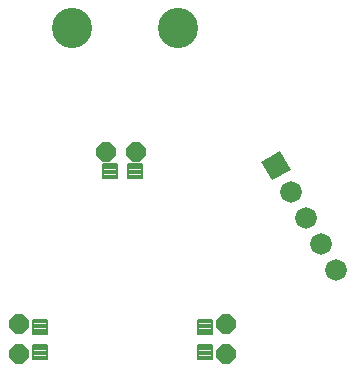
<source format=gts>
G75*
G70*
%OFA0B0*%
%FSLAX24Y24*%
%IPPOS*%
%LPD*%
%AMOC8*
5,1,8,0,0,1.08239X$1,22.5*
%
%ADD10C,0.1340*%
%ADD11OC8,0.0640*%
%ADD12R,0.0720X0.0720*%
%ADD13C,0.0720*%
%ADD14C,0.0083*%
D10*
X008232Y018665D03*
X011775Y018665D03*
D11*
X006460Y007823D03*
X006460Y008823D03*
X013350Y008823D03*
X013350Y007823D03*
X010379Y014541D03*
X009379Y014541D03*
D12*
G36*
X014901Y013598D02*
X014541Y014220D01*
X015163Y014580D01*
X015523Y013958D01*
X014901Y013598D01*
G37*
D13*
X015532Y013223D03*
X016032Y012357D03*
X016532Y011491D03*
X017032Y010625D03*
D14*
X012896Y008465D02*
X012426Y008465D01*
X012426Y008935D01*
X012896Y008935D01*
X012896Y008465D01*
X012896Y008547D02*
X012426Y008547D01*
X012426Y008629D02*
X012896Y008629D01*
X012896Y008711D02*
X012426Y008711D01*
X012426Y008793D02*
X012896Y008793D01*
X012896Y008875D02*
X012426Y008875D01*
X012426Y007638D02*
X012896Y007638D01*
X012426Y007638D02*
X012426Y008108D01*
X012896Y008108D01*
X012896Y007638D01*
X012896Y007720D02*
X012426Y007720D01*
X012426Y007802D02*
X012896Y007802D01*
X012896Y007884D02*
X012426Y007884D01*
X012426Y007966D02*
X012896Y007966D01*
X012896Y008048D02*
X012426Y008048D01*
X007396Y007638D02*
X006926Y007638D01*
X006926Y008108D01*
X007396Y008108D01*
X007396Y007638D01*
X007396Y007720D02*
X006926Y007720D01*
X006926Y007802D02*
X007396Y007802D01*
X007396Y007884D02*
X006926Y007884D01*
X006926Y007966D02*
X007396Y007966D01*
X007396Y008048D02*
X006926Y008048D01*
X006926Y008465D02*
X007396Y008465D01*
X006926Y008465D02*
X006926Y008935D01*
X007396Y008935D01*
X007396Y008465D01*
X007396Y008547D02*
X006926Y008547D01*
X006926Y008629D02*
X007396Y008629D01*
X007396Y008711D02*
X006926Y008711D01*
X006926Y008793D02*
X007396Y008793D01*
X007396Y008875D02*
X006926Y008875D01*
X009733Y013676D02*
X009733Y014146D01*
X009733Y013676D02*
X009263Y013676D01*
X009263Y014146D01*
X009733Y014146D01*
X009733Y013758D02*
X009263Y013758D01*
X009263Y013840D02*
X009733Y013840D01*
X009733Y013922D02*
X009263Y013922D01*
X009263Y014004D02*
X009733Y014004D01*
X009733Y014086D02*
X009263Y014086D01*
X010560Y014146D02*
X010560Y013676D01*
X010090Y013676D01*
X010090Y014146D01*
X010560Y014146D01*
X010560Y013758D02*
X010090Y013758D01*
X010090Y013840D02*
X010560Y013840D01*
X010560Y013922D02*
X010090Y013922D01*
X010090Y014004D02*
X010560Y014004D01*
X010560Y014086D02*
X010090Y014086D01*
M02*

</source>
